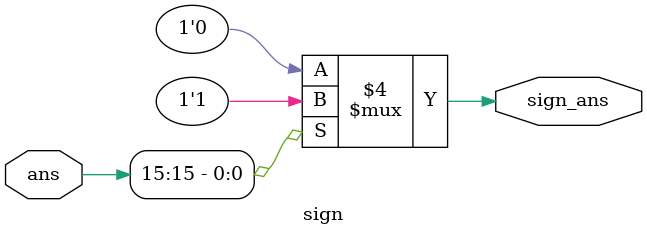
<source format=v>
module sign 
#(
  parameter WORD_LENGTH = 16
)
(
  input [WORD_LENGTH-1:0] ans,
  output reg              sign_ans
);
always @* begin
  if (ans[WORD_LENGTH-1] == 1'b1) begin
    sign_ans = 1'b1;
  end
  else begin
    sign_ans = 1'b0;
  end
end

endmodule 
</source>
